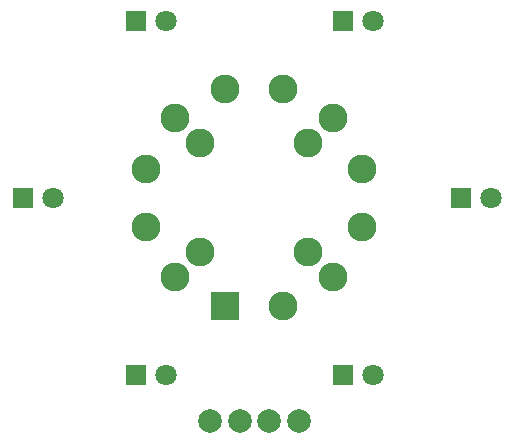
<source format=gts>
G04 #@! TF.GenerationSoftware,KiCad,Pcbnew,9.0.4-9.0.4-0~ubuntu24.04.1*
G04 #@! TF.CreationDate,2025-09-13T11:56:24+02:00*
G04 #@! TF.ProjectId,SMG_OVN_DE96-00994A,534d475f-4f56-44e5-9f44-4539362d3030,1*
G04 #@! TF.SameCoordinates,Original*
G04 #@! TF.FileFunction,Soldermask,Top*
G04 #@! TF.FilePolarity,Negative*
%FSLAX46Y46*%
G04 Gerber Fmt 4.6, Leading zero omitted, Abs format (unit mm)*
G04 Created by KiCad (PCBNEW 9.0.4-9.0.4-0~ubuntu24.04.1) date 2025-09-13 11:56:24*
%MOMM*%
%LPD*%
G01*
G04 APERTURE LIST*
G04 Aperture macros list*
%AMRoundRect*
0 Rectangle with rounded corners*
0 $1 Rounding radius*
0 $2 $3 $4 $5 $6 $7 $8 $9 X,Y pos of 4 corners*
0 Add a 4 corners polygon primitive as box body*
4,1,4,$2,$3,$4,$5,$6,$7,$8,$9,$2,$3,0*
0 Add four circle primitives for the rounded corners*
1,1,$1+$1,$2,$3*
1,1,$1+$1,$4,$5*
1,1,$1+$1,$6,$7*
1,1,$1+$1,$8,$9*
0 Add four rect primitives between the rounded corners*
20,1,$1+$1,$2,$3,$4,$5,0*
20,1,$1+$1,$4,$5,$6,$7,0*
20,1,$1+$1,$6,$7,$8,$9,0*
20,1,$1+$1,$8,$9,$2,$3,0*%
G04 Aperture macros list end*
%ADD10R,1.800000X1.800000*%
%ADD11C,1.800000*%
%ADD12C,2.000000*%
%ADD13RoundRect,0.102000X1.125000X-1.125000X1.125000X1.125000X-1.125000X1.125000X-1.125000X-1.125000X0*%
%ADD14C,2.454000*%
G04 APERTURE END LIST*
D10*
G04 #@! TO.C,D4*
X134900000Y-104300000D03*
D11*
X137440000Y-104300000D03*
G04 #@! TD*
D10*
G04 #@! TO.C,D3*
X144500000Y-89300000D03*
D11*
X147040000Y-89300000D03*
G04 #@! TD*
D10*
G04 #@! TO.C,D1*
X172000000Y-104300000D03*
D11*
X174540000Y-104300000D03*
G04 #@! TD*
D10*
G04 #@! TO.C,D5*
X144500000Y-119300000D03*
D11*
X147040000Y-119300000D03*
G04 #@! TD*
D10*
G04 #@! TO.C,D6*
X162000000Y-119300000D03*
D11*
X164540000Y-119300000D03*
G04 #@! TD*
D10*
G04 #@! TO.C,D2*
X162000000Y-89300000D03*
D11*
X164540000Y-89300000D03*
G04 #@! TD*
D12*
G04 #@! TO.C,J1*
X150750000Y-123150000D03*
X153250000Y-123150000D03*
X155750000Y-123150000D03*
X158238070Y-123150000D03*
G04 #@! TD*
D13*
G04 #@! TO.C,RS1*
X152000000Y-113452000D03*
D14*
X147741000Y-110994000D03*
X145283000Y-106735000D03*
X145283000Y-101817000D03*
X147741000Y-97558000D03*
X152000000Y-95100000D03*
X156918000Y-95100000D03*
X161177000Y-97558000D03*
X163635000Y-101817000D03*
X163635000Y-106735000D03*
X161177000Y-110994000D03*
X156918000Y-113452000D03*
X149863000Y-108872000D03*
X149863000Y-99680000D03*
X159055000Y-108872000D03*
X159055000Y-99680000D03*
G04 #@! TD*
M02*

</source>
